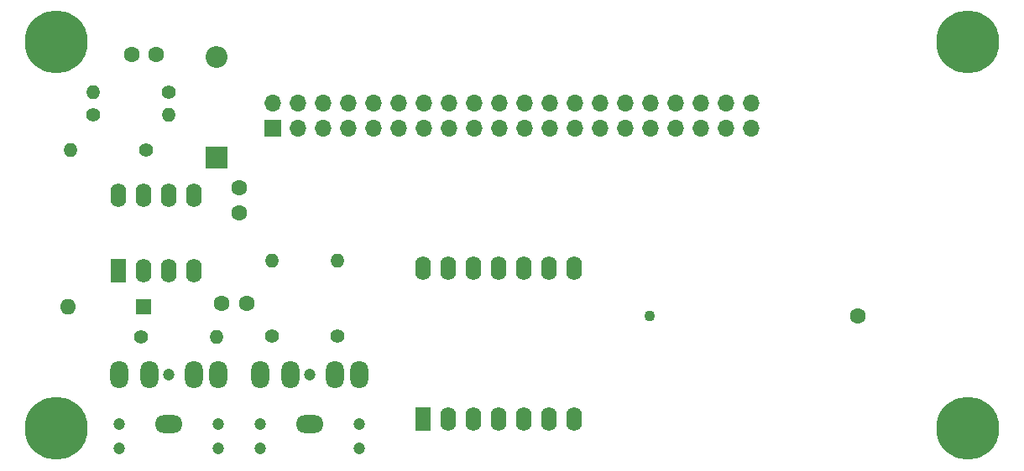
<source format=gbs>
%TF.GenerationSoftware,KiCad,Pcbnew,(6.0.1)*%
%TF.CreationDate,2022-10-07T21:29:44-04:00*%
%TF.ProjectId,MOD-XIAO-RP2040-CPU,4d4f442d-5849-4414-9f2d-525032303430,rev?*%
%TF.SameCoordinates,Original*%
%TF.FileFunction,Soldermask,Bot*%
%TF.FilePolarity,Negative*%
%FSLAX46Y46*%
G04 Gerber Fmt 4.6, Leading zero omitted, Abs format (unit mm)*
G04 Created by KiCad (PCBNEW (6.0.1)) date 2022-10-07 21:29:44*
%MOMM*%
%LPD*%
G01*
G04 APERTURE LIST*
%ADD10C,1.600000*%
%ADD11C,6.350000*%
%ADD12C,1.400000*%
%ADD13O,1.400000X1.400000*%
%ADD14R,1.600000X2.400000*%
%ADD15O,1.600000X2.400000*%
%ADD16C,1.200000*%
%ADD17O,1.800000X2.800000*%
%ADD18O,2.800000X1.800000*%
%ADD19R,2.200000X2.200000*%
%ADD20O,2.200000X2.200000*%
%ADD21R,1.600000X1.600000*%
%ADD22O,1.600000X1.600000*%
%ADD23R,1.700000X1.700000*%
%ADD24O,1.700000X1.700000*%
%ADD25C,1.100000*%
G04 APERTURE END LIST*
D10*
%TO.C,C2*%
X110744000Y-70358000D03*
X113244000Y-70358000D03*
%TD*%
D11*
%TO.C,MTG1*%
X94000000Y-83000000D03*
%TD*%
D12*
%TO.C,R6*%
X105410000Y-49022000D03*
D13*
X97790000Y-49022000D03*
%TD*%
D14*
%TO.C,U1*%
X131064000Y-82042000D03*
D15*
X133604000Y-82042000D03*
X136144000Y-82042000D03*
X138684000Y-82042000D03*
X141224000Y-82042000D03*
X143764000Y-82042000D03*
X146304000Y-82042000D03*
X146304000Y-66802000D03*
X143764000Y-66802000D03*
X141224000Y-66802000D03*
X138684000Y-66802000D03*
X136144000Y-66802000D03*
X133604000Y-66802000D03*
X131064000Y-66802000D03*
%TD*%
D16*
%TO.C,J2*%
X100410000Y-82533998D03*
X105410000Y-77533998D03*
X110410000Y-85033998D03*
X100410000Y-85033998D03*
X110410000Y-82533998D03*
D17*
X100410000Y-77533998D03*
X103410000Y-77533998D03*
D18*
X105410000Y-82533998D03*
D17*
X110410000Y-77533998D03*
X107910000Y-77533998D03*
%TD*%
D19*
%TO.C,D1*%
X110236000Y-55626000D03*
D20*
X110236000Y-45466000D03*
%TD*%
D12*
%TO.C,R1*%
X102616000Y-73787000D03*
D13*
X110236000Y-73787000D03*
%TD*%
D11*
%TO.C,MTG3*%
X94000000Y-44000000D03*
%TD*%
D12*
%TO.C,R5*%
X122428000Y-73660000D03*
D13*
X122428000Y-66040000D03*
%TD*%
D12*
%TO.C,R4*%
X115824000Y-73660000D03*
D13*
X115824000Y-66040000D03*
%TD*%
D21*
%TO.C,D2*%
X102870000Y-70739000D03*
D22*
X95250000Y-70739000D03*
%TD*%
D10*
%TO.C,C3*%
X112522000Y-58694000D03*
X112522000Y-61194000D03*
%TD*%
D23*
%TO.C,J1*%
X115875000Y-52650000D03*
D24*
X115875000Y-50110000D03*
X118415000Y-52650000D03*
X118415000Y-50110000D03*
X120955000Y-52650000D03*
X120955000Y-50110000D03*
X123495000Y-52650000D03*
X123495000Y-50110000D03*
X126035000Y-52650000D03*
X126035000Y-50110000D03*
X128575000Y-52650000D03*
X128575000Y-50110000D03*
X131115000Y-52650000D03*
X131115000Y-50110000D03*
X133655000Y-52650000D03*
X133655000Y-50110000D03*
X136195000Y-52650000D03*
X136195000Y-50110000D03*
X138735000Y-52650000D03*
X138735000Y-50110000D03*
X141275000Y-52650000D03*
X141275000Y-50110000D03*
X143815000Y-52650000D03*
X143815000Y-50110000D03*
X146355000Y-52650000D03*
X146355000Y-50110000D03*
X148895000Y-52650000D03*
X148895000Y-50110000D03*
X151435000Y-52650000D03*
X151435000Y-50110000D03*
X153975000Y-52650000D03*
X153975000Y-50110000D03*
X156515000Y-52650000D03*
X156515000Y-50110000D03*
X159055000Y-52650000D03*
X159055000Y-50110000D03*
X161595000Y-52650000D03*
X161595000Y-50110000D03*
X164135000Y-52650000D03*
X164135000Y-50110000D03*
%TD*%
D25*
%TO.C,J3*%
X153886000Y-71628000D03*
D10*
X174886000Y-71628000D03*
%TD*%
D12*
%TO.C,R3*%
X97790000Y-51308000D03*
D13*
X105410000Y-51308000D03*
%TD*%
D12*
%TO.C,R2*%
X103124000Y-54864000D03*
D13*
X95504000Y-54864000D03*
%TD*%
D16*
%TO.C,J4*%
X124634000Y-82534000D03*
X114634000Y-82534000D03*
X119634000Y-77534000D03*
X124634000Y-85034000D03*
X114634000Y-85034000D03*
D17*
X114634000Y-77534000D03*
X117634000Y-77534000D03*
D18*
X119634000Y-82534000D03*
D17*
X124634000Y-77534000D03*
X122134000Y-77534000D03*
%TD*%
D10*
%TO.C,C1*%
X101620000Y-45212000D03*
X104120000Y-45212000D03*
%TD*%
D14*
%TO.C,U2*%
X100340000Y-67046000D03*
D15*
X102880000Y-67046000D03*
X105420000Y-67046000D03*
X107960000Y-67046000D03*
X107960000Y-59426000D03*
X105420000Y-59426000D03*
X102880000Y-59426000D03*
X100340000Y-59426000D03*
%TD*%
D11*
%TO.C,MTG2*%
X186000000Y-83000000D03*
%TD*%
%TO.C,MTG4*%
X186000000Y-44000000D03*
%TD*%
M02*

</source>
